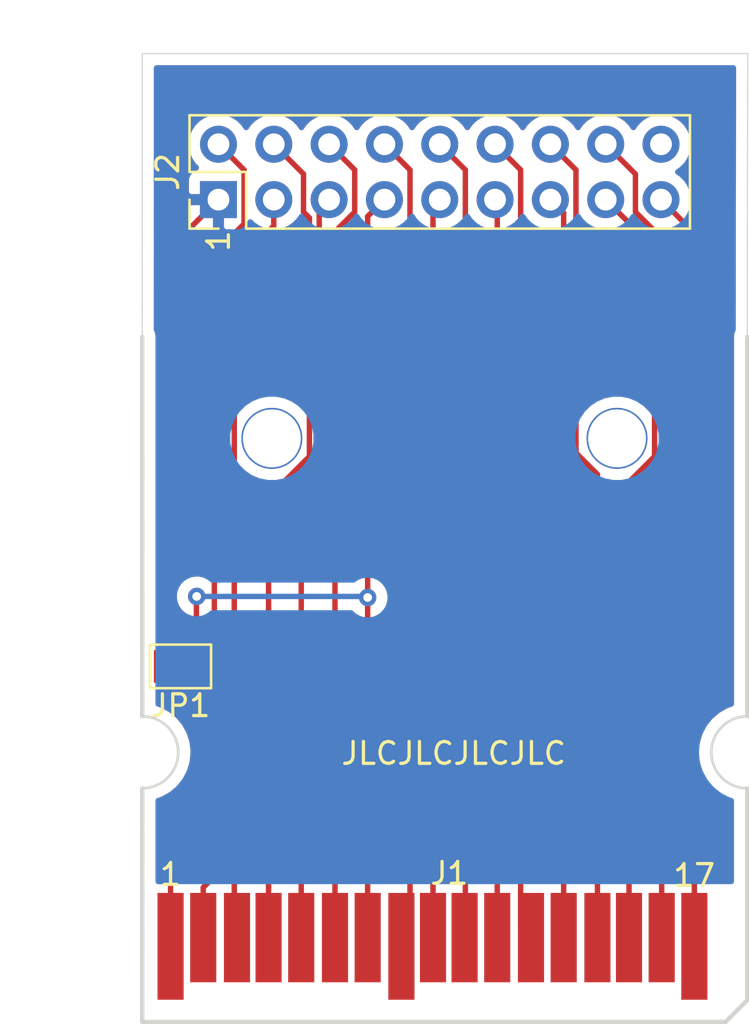
<source format=kicad_pcb>
(kicad_pcb (version 20171130) (host pcbnew 5.1.8+dfsg1-1+b1)

  (general
    (thickness 1.6)
    (drawings 5)
    (tracks 71)
    (zones 0)
    (modules 3)
    (nets 18)
  )

  (page A4)
  (layers
    (0 F.Cu signal)
    (31 B.Cu signal)
    (32 B.Adhes user)
    (33 F.Adhes user)
    (34 B.Paste user)
    (35 F.Paste user)
    (36 B.SilkS user)
    (37 F.SilkS user)
    (38 B.Mask user)
    (39 F.Mask user)
    (40 Dwgs.User user)
    (41 Cmts.User user)
    (42 Eco1.User user)
    (43 Eco2.User user)
    (44 Edge.Cuts user)
    (45 Margin user)
    (46 B.CrtYd user)
    (47 F.CrtYd user)
    (48 B.Fab user)
    (49 F.Fab user)
  )

  (setup
    (last_trace_width 0.25)
    (trace_clearance 0.2)
    (zone_clearance 0.508)
    (zone_45_only no)
    (trace_min 0.2)
    (via_size 0.8)
    (via_drill 0.4)
    (via_min_size 0.4)
    (via_min_drill 0.3)
    (uvia_size 0.3)
    (uvia_drill 0.1)
    (uvias_allowed no)
    (uvia_min_size 0.2)
    (uvia_min_drill 0.1)
    (edge_width 0.05)
    (segment_width 0.2)
    (pcb_text_width 0.3)
    (pcb_text_size 1.5 1.5)
    (mod_edge_width 0.12)
    (mod_text_size 1 1)
    (mod_text_width 0.15)
    (pad_size 1.524 1.524)
    (pad_drill 0.762)
    (pad_to_mask_clearance 0)
    (aux_axis_origin 0 0)
    (visible_elements FFFFFF7F)
    (pcbplotparams
      (layerselection 0x010fc_ffffffff)
      (usegerberextensions false)
      (usegerberattributes true)
      (usegerberadvancedattributes true)
      (creategerberjobfile true)
      (excludeedgelayer true)
      (linewidth 0.100000)
      (plotframeref false)
      (viasonmask false)
      (mode 1)
      (useauxorigin false)
      (hpglpennumber 1)
      (hpglpenspeed 20)
      (hpglpendiameter 15.000000)
      (psnegative false)
      (psa4output false)
      (plotreference true)
      (plotvalue true)
      (plotinvisibletext false)
      (padsonsilk false)
      (subtractmaskfromsilk false)
      (outputformat 1)
      (mirror false)
      (drillshape 0)
      (scaleselection 1)
      (outputdirectory ""))
  )

  (net 0 "")
  (net 1 "Net-(J1-Pad1)")
  (net 2 "Net-(J1-Pad2)")
  (net 3 "Net-(J1-Pad3)")
  (net 4 "Net-(J1-Pad4)")
  (net 5 "Net-(J1-Pad5)")
  (net 6 "Net-(J1-Pad6)")
  (net 7 "Net-(J1-Pad7)")
  (net 8 "Net-(J1-Pad8)")
  (net 9 "Net-(J1-Pad9)")
  (net 10 "Net-(J1-Pad10)")
  (net 11 "Net-(J1-Pad11)")
  (net 12 "Net-(J1-Pad12)")
  (net 13 "Net-(J1-Pad13)")
  (net 14 "Net-(J1-Pad14)")
  (net 15 "Net-(J1-Pad15)")
  (net 16 "Net-(J1-Pad16)")
  (net 17 "Net-(J1-Pad17)")

  (net_class Default "This is the default net class."
    (clearance 0.2)
    (trace_width 0.25)
    (via_dia 0.8)
    (via_drill 0.4)
    (uvia_dia 0.3)
    (uvia_drill 0.1)
    (add_net "Net-(J1-Pad1)")
    (add_net "Net-(J1-Pad10)")
    (add_net "Net-(J1-Pad11)")
    (add_net "Net-(J1-Pad12)")
    (add_net "Net-(J1-Pad13)")
    (add_net "Net-(J1-Pad14)")
    (add_net "Net-(J1-Pad15)")
    (add_net "Net-(J1-Pad16)")
    (add_net "Net-(J1-Pad17)")
    (add_net "Net-(J1-Pad2)")
    (add_net "Net-(J1-Pad3)")
    (add_net "Net-(J1-Pad4)")
    (add_net "Net-(J1-Pad5)")
    (add_net "Net-(J1-Pad6)")
    (add_net "Net-(J1-Pad7)")
    (add_net "Net-(J1-Pad8)")
    (add_net "Net-(J1-Pad9)")
  )

  (module ds_card_extender:ds_card (layer F.Cu) (tedit 5FC00FE2) (tstamp 5FC07A00)
    (at 110 103)
    (path /5FC02186)
    (fp_text reference J1 (at 14.1 24.6) (layer F.SilkS)
      (effects (font (size 1 1) (thickness 0.15)))
    )
    (fp_text value DS_Card (at 9.05 24.55) (layer F.Fab)
      (effects (font (size 1 1) (thickness 0.15)))
    )
    (fp_line (start -0.001041 -0.005209) (end 0 17.4) (layer Edge.Cuts) (width 0.2))
    (fp_line (start 27.780209 30.421826) (end 27.780209 20.7) (layer Edge.Cuts) (width 0.2))
    (fp_line (start 27.780209 17.4) (end 27.780209 -0.005209) (layer Edge.Cuts) (width 0.2))
    (fp_line (start 26.788021 31.414014) (end 27.780209 30.421826) (layer Edge.Cuts) (width 0.2))
    (fp_line (start 0 20.7) (end -0.001041 31.414061) (layer Edge.Cuts) (width 0.2))
    (fp_line (start -0.001041 31.414061) (end 26.788021 31.414014) (layer Edge.Cuts) (width 0.2))
    (fp_poly (pts (xy 27.8 30.4) (xy 26.8 31.4) (xy 0 31.4) (xy 0 25.5)
      (xy 27.8 25.5)) (layer F.Mask) (width 0.1))
    (fp_arc (start 0 19.05) (end 0 20.7) (angle -180) (layer Edge.Cuts) (width 0.12))
    (fp_arc (start 27.780209 19.05) (end 27.780209 20.7) (angle 180) (layer Edge.Cuts) (width 0.12))
    (fp_text user 1 (at 1.3 24.65) (layer F.SilkS)
      (effects (font (size 1 1) (thickness 0.15)))
    )
    (fp_text user 17 (at 25.35 24.7) (layer F.SilkS)
      (effects (font (size 1 1) (thickness 0.15)))
    )
    (pad "" np_thru_hole circle (at 5.95 4.65) (size 2.8 2.8) (drill 2.65) (layers *.Cu *.Mask))
    (pad "" np_thru_hole circle (at 21.8 4.65) (size 2.8 2.8) (drill 2.65) (layers *.Cu *.Mask))
    (pad 1 smd rect (at 1.3 27.95) (size 1.2 4.9) (layers F.Cu F.Paste F.Mask)
      (net 1 "Net-(J1-Pad1)"))
    (pad 2 smd rect (at 2.8 27.55) (size 1.2 4.1) (layers F.Cu F.Paste F.Mask)
      (net 2 "Net-(J1-Pad2)"))
    (pad 3 smd rect (at 4.35 27.55) (size 1.2 4.1) (layers F.Cu F.Paste F.Mask)
      (net 3 "Net-(J1-Pad3)"))
    (pad 4 smd rect (at 5.8 27.55) (size 1.2 4.1) (layers F.Cu F.Paste F.Mask)
      (net 4 "Net-(J1-Pad4)"))
    (pad 5 smd rect (at 7.3 27.55) (size 1.2 4.1) (layers F.Cu F.Paste F.Mask)
      (net 5 "Net-(J1-Pad5)"))
    (pad 6 smd rect (at 8.85 27.55) (size 1.2 4.1) (layers F.Cu F.Paste F.Mask)
      (net 6 "Net-(J1-Pad6)"))
    (pad 7 smd rect (at 10.35 27.55) (size 1.2 4.1) (layers F.Cu F.Paste F.Mask)
      (net 7 "Net-(J1-Pad7)"))
    (pad 8 smd rect (at 11.9 27.95) (size 1.2 4.9) (layers F.Cu F.Paste F.Mask)
      (net 8 "Net-(J1-Pad8)"))
    (pad 9 smd rect (at 13.35 27.55) (size 1.2 4.1) (layers F.Cu F.Paste F.Mask)
      (net 9 "Net-(J1-Pad9)"))
    (pad 10 smd rect (at 14.8 27.55) (size 1.2 4.1) (layers F.Cu F.Paste F.Mask)
      (net 10 "Net-(J1-Pad10)"))
    (pad 11 smd rect (at 16.3 27.55) (size 1.2 4.1) (layers F.Cu F.Paste F.Mask)
      (net 11 "Net-(J1-Pad11)"))
    (pad 12 smd rect (at 17.85 27.55) (size 1.2 4.1) (layers F.Cu F.Paste F.Mask)
      (net 12 "Net-(J1-Pad12)"))
    (pad 13 smd rect (at 19.35 27.55) (size 1.2 4.1) (layers F.Cu F.Paste F.Mask)
      (net 13 "Net-(J1-Pad13)"))
    (pad 14 smd rect (at 20.9 27.55) (size 1.2 4.1) (layers F.Cu F.Paste F.Mask)
      (net 14 "Net-(J1-Pad14)"))
    (pad 15 smd rect (at 22.35 27.55) (size 1.2 4.1) (layers F.Cu F.Paste F.Mask)
      (net 15 "Net-(J1-Pad15)"))
    (pad 16 smd rect (at 23.85 27.55) (size 1.2 4.1) (layers F.Cu F.Paste F.Mask)
      (net 16 "Net-(J1-Pad16)"))
    (pad 17 smd rect (at 25.35 27.95) (size 1.2 4.9) (layers F.Cu F.Paste F.Mask)
      (net 17 "Net-(J1-Pad17)"))
  )

  (module Connector_PinHeader_2.54mm:PinHeader_2x09_P2.54mm_Vertical (layer F.Cu) (tedit 59FED5CC) (tstamp 5FC07A28)
    (at 113.5 96.7 90)
    (descr "Through hole straight pin header, 2x09, 2.54mm pitch, double rows")
    (tags "Through hole pin header THT 2x09 2.54mm double row")
    (path /5FC02B0A)
    (fp_text reference J2 (at 1.27 -2.33 90) (layer F.SilkS)
      (effects (font (size 1 1) (thickness 0.15)))
    )
    (fp_text value Conn_2Rows-17Pins (at 1.27 22.65 90) (layer F.Fab)
      (effects (font (size 1 1) (thickness 0.15)))
    )
    (fp_line (start 0 -1.27) (end 3.81 -1.27) (layer F.Fab) (width 0.1))
    (fp_line (start 3.81 -1.27) (end 3.81 21.59) (layer F.Fab) (width 0.1))
    (fp_line (start 3.81 21.59) (end -1.27 21.59) (layer F.Fab) (width 0.1))
    (fp_line (start -1.27 21.59) (end -1.27 0) (layer F.Fab) (width 0.1))
    (fp_line (start -1.27 0) (end 0 -1.27) (layer F.Fab) (width 0.1))
    (fp_line (start -1.33 21.65) (end 3.87 21.65) (layer F.SilkS) (width 0.12))
    (fp_line (start -1.33 1.27) (end -1.33 21.65) (layer F.SilkS) (width 0.12))
    (fp_line (start 3.87 -1.33) (end 3.87 21.65) (layer F.SilkS) (width 0.12))
    (fp_line (start -1.33 1.27) (end 1.27 1.27) (layer F.SilkS) (width 0.12))
    (fp_line (start 1.27 1.27) (end 1.27 -1.33) (layer F.SilkS) (width 0.12))
    (fp_line (start 1.27 -1.33) (end 3.87 -1.33) (layer F.SilkS) (width 0.12))
    (fp_line (start -1.33 0) (end -1.33 -1.33) (layer F.SilkS) (width 0.12))
    (fp_line (start -1.33 -1.33) (end 0 -1.33) (layer F.SilkS) (width 0.12))
    (fp_line (start -1.8 -1.8) (end -1.8 22.1) (layer F.CrtYd) (width 0.05))
    (fp_line (start -1.8 22.1) (end 4.35 22.1) (layer F.CrtYd) (width 0.05))
    (fp_line (start 4.35 22.1) (end 4.35 -1.8) (layer F.CrtYd) (width 0.05))
    (fp_line (start 4.35 -1.8) (end -1.8 -1.8) (layer F.CrtYd) (width 0.05))
    (fp_text user %R (at 1.27 10.16) (layer F.Fab)
      (effects (font (size 1 1) (thickness 0.15)))
    )
    (pad 1 thru_hole rect (at 0 0 90) (size 1.7 1.7) (drill 1) (layers *.Cu *.Mask)
      (net 1 "Net-(J1-Pad1)"))
    (pad 2 thru_hole oval (at 2.54 0 90) (size 1.7 1.7) (drill 1) (layers *.Cu *.Mask)
      (net 2 "Net-(J1-Pad2)"))
    (pad 3 thru_hole oval (at 0 2.54 90) (size 1.7 1.7) (drill 1) (layers *.Cu *.Mask)
      (net 3 "Net-(J1-Pad3)"))
    (pad 4 thru_hole oval (at 2.54 2.54 90) (size 1.7 1.7) (drill 1) (layers *.Cu *.Mask)
      (net 4 "Net-(J1-Pad4)"))
    (pad 5 thru_hole oval (at 0 5.08 90) (size 1.7 1.7) (drill 1) (layers *.Cu *.Mask)
      (net 5 "Net-(J1-Pad5)"))
    (pad 6 thru_hole oval (at 2.54 5.08 90) (size 1.7 1.7) (drill 1) (layers *.Cu *.Mask)
      (net 6 "Net-(J1-Pad6)"))
    (pad 7 thru_hole oval (at 0 7.62 90) (size 1.7 1.7) (drill 1) (layers *.Cu *.Mask)
      (net 7 "Net-(J1-Pad7)"))
    (pad 8 thru_hole oval (at 2.54 7.62 90) (size 1.7 1.7) (drill 1) (layers *.Cu *.Mask)
      (net 8 "Net-(J1-Pad8)"))
    (pad 9 thru_hole oval (at 0 10.16 90) (size 1.7 1.7) (drill 1) (layers *.Cu *.Mask)
      (net 9 "Net-(J1-Pad9)"))
    (pad 10 thru_hole oval (at 2.54 10.16 90) (size 1.7 1.7) (drill 1) (layers *.Cu *.Mask)
      (net 10 "Net-(J1-Pad10)"))
    (pad 11 thru_hole oval (at 0 12.7 90) (size 1.7 1.7) (drill 1) (layers *.Cu *.Mask)
      (net 11 "Net-(J1-Pad11)"))
    (pad 12 thru_hole oval (at 2.54 12.7 90) (size 1.7 1.7) (drill 1) (layers *.Cu *.Mask)
      (net 12 "Net-(J1-Pad12)"))
    (pad 13 thru_hole oval (at 0 15.24 90) (size 1.7 1.7) (drill 1) (layers *.Cu *.Mask)
      (net 13 "Net-(J1-Pad13)"))
    (pad 14 thru_hole oval (at 2.54 15.24 90) (size 1.7 1.7) (drill 1) (layers *.Cu *.Mask)
      (net 14 "Net-(J1-Pad14)"))
    (pad 15 thru_hole oval (at 0 17.78 90) (size 1.7 1.7) (drill 1) (layers *.Cu *.Mask)
      (net 15 "Net-(J1-Pad15)"))
    (pad 16 thru_hole oval (at 2.54 17.78 90) (size 1.7 1.7) (drill 1) (layers *.Cu *.Mask)
      (net 16 "Net-(J1-Pad16)"))
    (pad 17 thru_hole oval (at 0 20.32 90) (size 1.7 1.7) (drill 1) (layers *.Cu *.Mask)
      (net 17 "Net-(J1-Pad17)"))
    (pad 18 thru_hole oval (at 2.54 20.32 90) (size 1.7 1.7) (drill 1) (layers *.Cu *.Mask))
    (model ${KISYS3DMOD}/Connector_PinHeader_2.54mm.3dshapes/PinHeader_2x09_P2.54mm_Vertical.wrl
      (at (xyz 0 0 0))
      (scale (xyz 1 1 1))
      (rotate (xyz 0 0 0))
    )
  )

  (module Jumper:SolderJumper-2_P1.3mm_Open_TrianglePad1.0x1.5mm (layer F.Cu) (tedit 5A64794F) (tstamp 5FC07A36)
    (at 111.76 118.11 180)
    (descr "SMD Solder Jumper, 1x1.5mm Triangular Pads, 0.3mm gap, open")
    (tags "solder jumper open")
    (path /5FC0FB11)
    (attr virtual)
    (fp_text reference JP1 (at 0 -1.8) (layer F.SilkS)
      (effects (font (size 1 1) (thickness 0.15)))
    )
    (fp_text value SolderJumper_2_Open (at 0 1.9) (layer F.Fab)
      (effects (font (size 1 1) (thickness 0.15)))
    )
    (fp_line (start -1.4 1) (end -1.4 -1) (layer F.SilkS) (width 0.12))
    (fp_line (start 1.4 1) (end -1.4 1) (layer F.SilkS) (width 0.12))
    (fp_line (start 1.4 -1) (end 1.4 1) (layer F.SilkS) (width 0.12))
    (fp_line (start -1.4 -1) (end 1.4 -1) (layer F.SilkS) (width 0.12))
    (fp_line (start -1.65 -1.25) (end 1.65 -1.25) (layer F.CrtYd) (width 0.05))
    (fp_line (start -1.65 -1.25) (end -1.65 1.25) (layer F.CrtYd) (width 0.05))
    (fp_line (start 1.65 1.25) (end 1.65 -1.25) (layer F.CrtYd) (width 0.05))
    (fp_line (start 1.65 1.25) (end -1.65 1.25) (layer F.CrtYd) (width 0.05))
    (pad 2 smd custom (at 0.725 0 180) (size 0.3 0.3) (layers F.Cu F.Mask)
      (net 1 "Net-(J1-Pad1)") (zone_connect 2)
      (options (clearance outline) (anchor rect))
      (primitives
        (gr_poly (pts
           (xy -0.65 -0.75) (xy 0.5 -0.75) (xy 0.5 0.75) (xy -0.65 0.75) (xy -0.15 0)
) (width 0))
      ))
    (pad 1 smd custom (at -0.725 0 180) (size 0.3 0.3) (layers F.Cu F.Mask)
      (net 7 "Net-(J1-Pad7)") (zone_connect 2)
      (options (clearance outline) (anchor rect))
      (primitives
        (gr_poly (pts
           (xy -0.5 -0.75) (xy 0.5 -0.75) (xy 1 0) (xy 0.5 0.75) (xy -0.5 0.75)
) (width 0))
      ))
  )

  (gr_text JLCJLCJLCJLC (at 124.3 122.1) (layer F.SilkS)
    (effects (font (size 1 1) (thickness 0.15)))
  )
  (gr_text 1 (at 113.5 98.6 90) (layer F.SilkS)
    (effects (font (size 1 1) (thickness 0.15)))
  )
  (gr_line (start 137.8 90) (end 137.780209 102.994791) (layer Edge.Cuts) (width 0.05))
  (gr_line (start 110 90) (end 137.8 90) (layer Edge.Cuts) (width 0.05))
  (gr_line (start 109.998959 102.994791) (end 110 90) (layer Edge.Cuts) (width 0.05))

  (segment (start 111.3 130.95) (end 111.3 124.6) (width 0.25) (layer F.Cu) (net 1))
  (segment (start 112.487917 123.412082) (end 112.487917 120.812083) (width 0.25) (layer F.Cu) (net 1))
  (segment (start 111.3 124.6) (end 112.487917 123.412082) (width 0.25) (layer F.Cu) (net 1))
  (segment (start 111.035 119.359166) (end 111.035 118.11) (width 0.25) (layer F.Cu) (net 1))
  (segment (start 112.487917 120.812083) (end 111.035 119.359166) (width 0.25) (layer F.Cu) (net 1))
  (segment (start 111.035 99.165) (end 113.5 96.7) (width 0.25) (layer F.Cu) (net 1))
  (segment (start 111.035 118.11) (end 111.035 99.165) (width 0.25) (layer F.Cu) (net 1))
  (segment (start 114.675001 95.335001) (end 113.5 94.16) (width 0.25) (layer F.Cu) (net 2))
  (segment (start 114.675001 97.810001) (end 114.675001 95.335001) (width 0.25) (layer F.Cu) (net 2))
  (segment (start 113.31001 99.174992) (end 114.675001 97.810001) (width 0.25) (layer F.Cu) (net 2))
  (segment (start 112.8 130.55) (end 112.8 128.25) (width 0.25) (layer F.Cu) (net 2))
  (segment (start 113.31001 127.73999) (end 113.31001 99.174992) (width 0.25) (layer F.Cu) (net 2))
  (segment (start 112.8 128.25) (end 113.31001 127.73999) (width 0.25) (layer F.Cu) (net 2))
  (segment (start 114.224999 130.424999) (end 114.224999 99.717082) (width 0.25) (layer F.Cu) (net 3))
  (segment (start 114.35 130.55) (end 114.224999 130.424999) (width 0.25) (layer F.Cu) (net 3))
  (segment (start 114.224999 99.717082) (end 116.04 97.902081) (width 0.25) (layer F.Cu) (net 3))
  (segment (start 116.04 97.902081) (end 116.04 96.7) (width 0.25) (layer F.Cu) (net 3))
  (segment (start 117.404999 95.524999) (end 116.04 94.16) (width 0.25) (layer F.Cu) (net 4))
  (segment (start 117.404999 97.264001) (end 117.404999 95.524999) (width 0.25) (layer F.Cu) (net 4))
  (segment (start 117.675001 97.534003) (end 117.404999 97.264001) (width 0.25) (layer F.Cu) (net 4))
  (segment (start 115.8 130.55) (end 115.8 110.353002) (width 0.25) (layer F.Cu) (net 4))
  (segment (start 115.8 110.353002) (end 117.675001 108.478001) (width 0.25) (layer F.Cu) (net 4))
  (segment (start 117.675001 108.478001) (end 117.675001 97.534003) (width 0.25) (layer F.Cu) (net 4))
  (segment (start 117.3 109.489412) (end 118.125012 108.664401) (width 0.25) (layer F.Cu) (net 5))
  (segment (start 117.3 130.55) (end 117.3 109.489412) (width 0.25) (layer F.Cu) (net 5))
  (segment (start 118.125012 97.154988) (end 118.58 96.7) (width 0.25) (layer F.Cu) (net 5))
  (segment (start 118.125012 108.664401) (end 118.125012 97.154988) (width 0.25) (layer F.Cu) (net 5))
  (segment (start 119.755001 95.335001) (end 118.58 94.16) (width 0.25) (layer F.Cu) (net 6))
  (segment (start 119.755001 97.264001) (end 119.755001 95.335001) (width 0.25) (layer F.Cu) (net 6))
  (segment (start 118.85 98.169002) (end 119.755001 97.264001) (width 0.25) (layer F.Cu) (net 6))
  (segment (start 118.85 130.55) (end 118.85 98.169002) (width 0.25) (layer F.Cu) (net 6))
  (segment (start 120.35 97.47) (end 121.12 96.7) (width 0.25) (layer F.Cu) (net 7))
  (via (at 112.5 114.9) (size 0.8) (drill 0.4) (layers F.Cu B.Cu) (net 7))
  (segment (start 112.485 114.915) (end 112.5 114.9) (width 0.25) (layer F.Cu) (net 7))
  (segment (start 112.485 118.11) (end 112.485 114.915) (width 0.25) (layer F.Cu) (net 7))
  (via (at 120.35 114.95) (size 0.8) (drill 0.4) (layers F.Cu B.Cu) (net 7))
  (segment (start 120.3 114.9) (end 120.35 114.95) (width 0.25) (layer B.Cu) (net 7))
  (segment (start 112.5 114.9) (end 120.3 114.9) (width 0.25) (layer B.Cu) (net 7))
  (segment (start 120.35 114.95) (end 120.35 97.47) (width 0.25) (layer F.Cu) (net 7))
  (segment (start 120.35 130.55) (end 120.35 114.95) (width 0.25) (layer F.Cu) (net 7))
  (segment (start 122.295001 130.554999) (end 122.295001 95.335001) (width 0.25) (layer F.Cu) (net 8))
  (segment (start 122.295001 95.335001) (end 121.12 94.16) (width 0.25) (layer F.Cu) (net 8))
  (segment (start 121.9 130.95) (end 122.295001 130.554999) (width 0.25) (layer F.Cu) (net 8))
  (segment (start 123.35 97.01) (end 123.66 96.7) (width 0.25) (layer F.Cu) (net 9))
  (segment (start 123.35 130.55) (end 123.35 97.01) (width 0.25) (layer F.Cu) (net 9))
  (segment (start 124.835001 95.335001) (end 123.66 94.16) (width 0.25) (layer F.Cu) (net 10))
  (segment (start 124.835001 130.514999) (end 124.835001 95.335001) (width 0.25) (layer F.Cu) (net 10))
  (segment (start 124.8 130.55) (end 124.835001 130.514999) (width 0.25) (layer F.Cu) (net 10))
  (segment (start 126.3 96.8) (end 126.2 96.7) (width 0.25) (layer F.Cu) (net 11))
  (segment (start 126.3 130.55) (end 126.3 96.8) (width 0.25) (layer F.Cu) (net 11))
  (segment (start 127.375001 95.335001) (end 126.2 94.16) (width 0.25) (layer F.Cu) (net 12))
  (segment (start 127.375001 130.075001) (end 127.375001 95.335001) (width 0.25) (layer F.Cu) (net 12))
  (segment (start 127.85 130.55) (end 127.375001 130.075001) (width 0.25) (layer F.Cu) (net 12))
  (segment (start 129.35 97.31) (end 128.74 96.7) (width 0.25) (layer F.Cu) (net 13))
  (segment (start 129.35 130.55) (end 129.35 97.31) (width 0.25) (layer F.Cu) (net 13))
  (segment (start 129.915001 95.335001) (end 128.74 94.16) (width 0.25) (layer F.Cu) (net 14))
  (segment (start 129.915001 108.318003) (end 129.915001 95.335001) (width 0.25) (layer F.Cu) (net 14))
  (segment (start 130.9 109.303002) (end 129.915001 108.318003) (width 0.25) (layer F.Cu) (net 14))
  (segment (start 130.9 130.55) (end 130.9 109.303002) (width 0.25) (layer F.Cu) (net 14))
  (segment (start 133.525001 98.945001) (end 131.28 96.7) (width 0.25) (layer F.Cu) (net 15))
  (segment (start 132.35 109.653002) (end 133.525001 108.478001) (width 0.25) (layer F.Cu) (net 15))
  (segment (start 132.35 130.55) (end 132.35 109.653002) (width 0.25) (layer F.Cu) (net 15))
  (segment (start 133.525001 108.478001) (end 133.525001 98.945001) (width 0.25) (layer F.Cu) (net 15))
  (segment (start 132.644999 97.264001) (end 132.644999 95.524999) (width 0.25) (layer F.Cu) (net 16))
  (segment (start 133.85 130.55) (end 133.85 108.789413) (width 0.25) (layer F.Cu) (net 16))
  (segment (start 133.975012 98.594014) (end 132.644999 97.264001) (width 0.25) (layer F.Cu) (net 16))
  (segment (start 133.975012 108.664401) (end 133.975012 98.594014) (width 0.25) (layer F.Cu) (net 16))
  (segment (start 133.85 108.789413) (end 133.975012 108.664401) (width 0.25) (layer F.Cu) (net 16))
  (segment (start 132.644999 95.524999) (end 131.28 94.16) (width 0.25) (layer F.Cu) (net 16))
  (segment (start 135.35 98.23) (end 133.82 96.7) (width 0.25) (layer F.Cu) (net 17))
  (segment (start 135.35 130.95) (end 135.35 98.23) (width 0.25) (layer F.Cu) (net 17))

  (zone (net 1) (net_name "Net-(J1-Pad1)") (layer B.Cu) (tstamp 5FC07DC1) (hatch edge 0.508)
    (connect_pads (clearance 0.508))
    (min_thickness 0.254)
    (fill yes (arc_segments 32) (thermal_gap 0.508) (thermal_bridge_width 0.508))
    (polygon
      (pts
        (xy 137.8 128.1) (xy 110 128.1) (xy 110 90) (xy 137.8 90)
      )
    )
    (filled_polygon
      (pts
        (xy 137.120704 102.669443) (xy 137.097873 102.712158) (xy 137.055845 102.850706) (xy 137.04521 102.958686) (xy 137.045209 119.831259)
        (xy 136.920057 119.87096) (xy 136.862172 119.895769) (xy 136.803923 119.919778) (xy 136.795395 119.92439) (xy 136.795385 119.924394)
        (xy 136.795377 119.9244) (xy 136.513195 120.07953) (xy 136.461254 120.115095) (xy 136.408754 120.149976) (xy 136.401276 120.156162)
        (xy 136.154592 120.363154) (xy 136.110529 120.408149) (xy 136.065822 120.452546) (xy 136.059693 120.460061) (xy 136.059689 120.460065)
        (xy 136.059688 120.460067) (xy 135.857907 120.711032) (xy 135.823411 120.763749) (xy 135.788193 120.815962) (xy 135.783636 120.82453)
        (xy 135.634445 121.109908) (xy 135.610864 121.168272) (xy 135.586438 121.226381) (xy 135.583633 121.235671) (xy 135.492712 121.544593)
        (xy 135.480907 121.606477) (xy 135.468243 121.668173) (xy 135.467295 121.677831) (xy 135.438109 121.998529) (xy 135.438549 122.061557)
        (xy 135.43811 122.124509) (xy 135.439056 122.134167) (xy 135.472717 122.454427) (xy 135.485384 122.516135) (xy 135.497187 122.578006)
        (xy 135.499992 122.587296) (xy 135.595216 122.894918) (xy 135.619634 122.953006) (xy 135.643224 123.011392) (xy 135.647779 123.01996)
        (xy 135.800941 123.303227) (xy 135.836175 123.355463) (xy 135.870657 123.408157) (xy 135.87679 123.415678) (xy 136.082056 123.663801)
        (xy 136.126747 123.708181) (xy 136.170826 123.753193) (xy 136.178297 123.759373) (xy 136.178302 123.759378) (xy 136.178307 123.759382)
        (xy 136.427853 123.962906) (xy 136.480304 123.997755) (xy 136.532294 124.033353) (xy 136.54083 124.037969) (xy 136.82516 124.18915)
        (xy 136.883433 124.213168) (xy 136.941296 124.237968) (xy 136.950566 124.240838) (xy 137.04521 124.269413) (xy 137.04521 127.973)
        (xy 110.734584 127.973) (xy 110.734944 124.268759) (xy 110.860153 124.22904) (xy 110.918051 124.204225) (xy 110.976286 124.180222)
        (xy 110.984814 124.17561) (xy 110.984824 124.175606) (xy 110.984832 124.1756) (xy 111.267014 124.020471) (xy 111.319004 123.984872)
        (xy 111.371455 123.950024) (xy 111.378933 123.943838) (xy 111.625617 123.736846) (xy 111.66968 123.691851) (xy 111.714387 123.647454)
        (xy 111.720521 123.639934) (xy 111.922302 123.388968) (xy 111.956809 123.336236) (xy 111.992016 123.284038) (xy 111.996572 123.27547)
        (xy 112.145764 122.990092) (xy 112.169345 122.931728) (xy 112.193771 122.873619) (xy 112.196576 122.864329) (xy 112.287497 122.555407)
        (xy 112.299302 122.493523) (xy 112.311966 122.431827) (xy 112.312914 122.422169) (xy 112.3421 122.101471) (xy 112.34166 122.038443)
        (xy 112.342099 121.975491) (xy 112.341153 121.965833) (xy 112.307492 121.645573) (xy 112.294826 121.583872) (xy 112.283022 121.521993)
        (xy 112.280217 121.512703) (xy 112.184992 121.205082) (xy 112.160588 121.147026) (xy 112.136985 121.088608) (xy 112.13243 121.08004)
        (xy 111.979268 120.796773) (xy 111.944034 120.744537) (xy 111.909552 120.691843) (xy 111.903419 120.684322) (xy 111.698153 120.436198)
        (xy 111.653443 120.391799) (xy 111.609383 120.346807) (xy 111.601912 120.340627) (xy 111.601906 120.340621) (xy 111.601899 120.340617)
        (xy 111.352356 120.137094) (xy 111.299905 120.102245) (xy 111.247915 120.066647) (xy 111.239387 120.062036) (xy 111.239379 120.062031)
        (xy 111.239371 120.062028) (xy 110.955049 119.91085) (xy 110.896776 119.886832) (xy 110.838913 119.862032) (xy 110.829643 119.859162)
        (xy 110.734966 119.830577) (xy 110.734665 114.798061) (xy 111.465 114.798061) (xy 111.465 115.001939) (xy 111.504774 115.201898)
        (xy 111.582795 115.390256) (xy 111.696063 115.559774) (xy 111.840226 115.703937) (xy 112.009744 115.817205) (xy 112.198102 115.895226)
        (xy 112.398061 115.935) (xy 112.601939 115.935) (xy 112.801898 115.895226) (xy 112.990256 115.817205) (xy 113.159774 115.703937)
        (xy 113.203711 115.66) (xy 119.596289 115.66) (xy 119.690226 115.753937) (xy 119.859744 115.867205) (xy 120.048102 115.945226)
        (xy 120.248061 115.985) (xy 120.451939 115.985) (xy 120.651898 115.945226) (xy 120.840256 115.867205) (xy 121.009774 115.753937)
        (xy 121.153937 115.609774) (xy 121.267205 115.440256) (xy 121.345226 115.251898) (xy 121.385 115.051939) (xy 121.385 114.848061)
        (xy 121.345226 114.648102) (xy 121.267205 114.459744) (xy 121.153937 114.290226) (xy 121.009774 114.146063) (xy 120.840256 114.032795)
        (xy 120.651898 113.954774) (xy 120.451939 113.915) (xy 120.248061 113.915) (xy 120.048102 113.954774) (xy 119.859744 114.032795)
        (xy 119.6993 114.14) (xy 113.203711 114.14) (xy 113.159774 114.096063) (xy 112.990256 113.982795) (xy 112.801898 113.904774)
        (xy 112.601939 113.865) (xy 112.398061 113.865) (xy 112.198102 113.904774) (xy 112.009744 113.982795) (xy 111.840226 114.096063)
        (xy 111.696063 114.240226) (xy 111.582795 114.409744) (xy 111.504774 114.598102) (xy 111.465 114.798061) (xy 110.734665 114.798061)
        (xy 110.734225 107.44957) (xy 113.915 107.44957) (xy 113.915 107.85043) (xy 113.993204 108.243587) (xy 114.146607 108.613934)
        (xy 114.369313 108.947237) (xy 114.652763 109.230687) (xy 114.986066 109.453393) (xy 115.356413 109.606796) (xy 115.74957 109.685)
        (xy 116.15043 109.685) (xy 116.543587 109.606796) (xy 116.913934 109.453393) (xy 117.247237 109.230687) (xy 117.530687 108.947237)
        (xy 117.753393 108.613934) (xy 117.906796 108.243587) (xy 117.985 107.85043) (xy 117.985 107.44957) (xy 129.765 107.44957)
        (xy 129.765 107.85043) (xy 129.843204 108.243587) (xy 129.996607 108.613934) (xy 130.219313 108.947237) (xy 130.502763 109.230687)
        (xy 130.836066 109.453393) (xy 131.206413 109.606796) (xy 131.59957 109.685) (xy 132.00043 109.685) (xy 132.393587 109.606796)
        (xy 132.763934 109.453393) (xy 133.097237 109.230687) (xy 133.380687 108.947237) (xy 133.603393 108.613934) (xy 133.756796 108.243587)
        (xy 133.835 107.85043) (xy 133.835 107.44957) (xy 133.756796 107.056413) (xy 133.603393 106.686066) (xy 133.380687 106.352763)
        (xy 133.097237 106.069313) (xy 132.763934 105.846607) (xy 132.393587 105.693204) (xy 132.00043 105.615) (xy 131.59957 105.615)
        (xy 131.206413 105.693204) (xy 130.836066 105.846607) (xy 130.502763 106.069313) (xy 130.219313 106.352763) (xy 129.996607 106.686066)
        (xy 129.843204 107.056413) (xy 129.765 107.44957) (xy 117.985 107.44957) (xy 117.906796 107.056413) (xy 117.753393 106.686066)
        (xy 117.530687 106.352763) (xy 117.247237 106.069313) (xy 116.913934 105.846607) (xy 116.543587 105.693204) (xy 116.15043 105.615)
        (xy 115.74957 105.615) (xy 115.356413 105.693204) (xy 114.986066 105.846607) (xy 114.652763 106.069313) (xy 114.369313 106.352763)
        (xy 114.146607 106.686066) (xy 113.993204 107.056413) (xy 113.915 107.44957) (xy 110.734225 107.44957) (xy 110.733956 102.958643)
        (xy 110.723315 102.850663) (xy 110.681279 102.712118) (xy 110.658985 102.670414) (xy 110.659395 97.55) (xy 112.011928 97.55)
        (xy 112.024188 97.674482) (xy 112.060498 97.79418) (xy 112.119463 97.904494) (xy 112.198815 98.001185) (xy 112.295506 98.080537)
        (xy 112.40582 98.139502) (xy 112.525518 98.175812) (xy 112.65 98.188072) (xy 113.21425 98.185) (xy 113.373 98.02625)
        (xy 113.373 96.827) (xy 112.17375 96.827) (xy 112.015 96.98575) (xy 112.011928 97.55) (xy 110.659395 97.55)
        (xy 110.659531 95.85) (xy 112.011928 95.85) (xy 112.015 96.41425) (xy 112.17375 96.573) (xy 113.373 96.573)
        (xy 113.373 96.553) (xy 113.627 96.553) (xy 113.627 96.573) (xy 113.647 96.573) (xy 113.647 96.827)
        (xy 113.627 96.827) (xy 113.627 98.02625) (xy 113.78575 98.185) (xy 114.35 98.188072) (xy 114.474482 98.175812)
        (xy 114.59418 98.139502) (xy 114.704494 98.080537) (xy 114.801185 98.001185) (xy 114.880537 97.904494) (xy 114.939502 97.79418)
        (xy 114.961513 97.72162) (xy 115.093368 97.853475) (xy 115.336589 98.01599) (xy 115.606842 98.127932) (xy 115.89374 98.185)
        (xy 116.18626 98.185) (xy 116.473158 98.127932) (xy 116.743411 98.01599) (xy 116.986632 97.853475) (xy 117.193475 97.646632)
        (xy 117.31 97.47224) (xy 117.426525 97.646632) (xy 117.633368 97.853475) (xy 117.876589 98.01599) (xy 118.146842 98.127932)
        (xy 118.43374 98.185) (xy 118.72626 98.185) (xy 119.013158 98.127932) (xy 119.283411 98.01599) (xy 119.526632 97.853475)
        (xy 119.733475 97.646632) (xy 119.85 97.47224) (xy 119.966525 97.646632) (xy 120.173368 97.853475) (xy 120.416589 98.01599)
        (xy 120.686842 98.127932) (xy 120.97374 98.185) (xy 121.26626 98.185) (xy 121.553158 98.127932) (xy 121.823411 98.01599)
        (xy 122.066632 97.853475) (xy 122.273475 97.646632) (xy 122.39 97.47224) (xy 122.506525 97.646632) (xy 122.713368 97.853475)
        (xy 122.956589 98.01599) (xy 123.226842 98.127932) (xy 123.51374 98.185) (xy 123.80626 98.185) (xy 124.093158 98.127932)
        (xy 124.363411 98.01599) (xy 124.606632 97.853475) (xy 124.813475 97.646632) (xy 124.93 97.47224) (xy 125.046525 97.646632)
        (xy 125.253368 97.853475) (xy 125.496589 98.01599) (xy 125.766842 98.127932) (xy 126.05374 98.185) (xy 126.34626 98.185)
        (xy 126.633158 98.127932) (xy 126.903411 98.01599) (xy 127.146632 97.853475) (xy 127.353475 97.646632) (xy 127.47 97.47224)
        (xy 127.586525 97.646632) (xy 127.793368 97.853475) (xy 128.036589 98.01599) (xy 128.306842 98.127932) (xy 128.59374 98.185)
        (xy 128.88626 98.185) (xy 129.173158 98.127932) (xy 129.443411 98.01599) (xy 129.686632 97.853475) (xy 129.893475 97.646632)
        (xy 130.01 97.47224) (xy 130.126525 97.646632) (xy 130.333368 97.853475) (xy 130.576589 98.01599) (xy 130.846842 98.127932)
        (xy 131.13374 98.185) (xy 131.42626 98.185) (xy 131.713158 98.127932) (xy 131.983411 98.01599) (xy 132.226632 97.853475)
        (xy 132.433475 97.646632) (xy 132.55 97.47224) (xy 132.666525 97.646632) (xy 132.873368 97.853475) (xy 133.116589 98.01599)
        (xy 133.386842 98.127932) (xy 133.67374 98.185) (xy 133.96626 98.185) (xy 134.253158 98.127932) (xy 134.523411 98.01599)
        (xy 134.766632 97.853475) (xy 134.973475 97.646632) (xy 135.13599 97.403411) (xy 135.247932 97.133158) (xy 135.305 96.84626)
        (xy 135.305 96.55374) (xy 135.247932 96.266842) (xy 135.13599 95.996589) (xy 134.973475 95.753368) (xy 134.766632 95.546525)
        (xy 134.59224 95.43) (xy 134.766632 95.313475) (xy 134.973475 95.106632) (xy 135.13599 94.863411) (xy 135.247932 94.593158)
        (xy 135.305 94.30626) (xy 135.305 94.01374) (xy 135.247932 93.726842) (xy 135.13599 93.456589) (xy 134.973475 93.213368)
        (xy 134.766632 93.006525) (xy 134.523411 92.84401) (xy 134.253158 92.732068) (xy 133.96626 92.675) (xy 133.67374 92.675)
        (xy 133.386842 92.732068) (xy 133.116589 92.84401) (xy 132.873368 93.006525) (xy 132.666525 93.213368) (xy 132.55 93.38776)
        (xy 132.433475 93.213368) (xy 132.226632 93.006525) (xy 131.983411 92.84401) (xy 131.713158 92.732068) (xy 131.42626 92.675)
        (xy 131.13374 92.675) (xy 130.846842 92.732068) (xy 130.576589 92.84401) (xy 130.333368 93.006525) (xy 130.126525 93.213368)
        (xy 130.01 93.38776) (xy 129.893475 93.213368) (xy 129.686632 93.006525) (xy 129.443411 92.84401) (xy 129.173158 92.732068)
        (xy 128.88626 92.675) (xy 128.59374 92.675) (xy 128.306842 92.732068) (xy 128.036589 92.84401) (xy 127.793368 93.006525)
        (xy 127.586525 93.213368) (xy 127.47 93.38776) (xy 127.353475 93.213368) (xy 127.146632 93.006525) (xy 126.903411 92.84401)
        (xy 126.633158 92.732068) (xy 126.34626 92.675) (xy 126.05374 92.675) (xy 125.766842 92.732068) (xy 125.496589 92.84401)
        (xy 125.253368 93.006525) (xy 125.046525 93.213368) (xy 124.93 93.38776) (xy 124.813475 93.213368) (xy 124.606632 93.006525)
        (xy 124.363411 92.84401) (xy 124.093158 92.732068) (xy 123.80626 92.675) (xy 123.51374 92.675) (xy 123.226842 92.732068)
        (xy 122.956589 92.84401) (xy 122.713368 93.006525) (xy 122.506525 93.213368) (xy 122.39 93.38776) (xy 122.273475 93.213368)
        (xy 122.066632 93.006525) (xy 121.823411 92.84401) (xy 121.553158 92.732068) (xy 121.26626 92.675) (xy 120.97374 92.675)
        (xy 120.686842 92.732068) (xy 120.416589 92.84401) (xy 120.173368 93.006525) (xy 119.966525 93.213368) (xy 119.85 93.38776)
        (xy 119.733475 93.213368) (xy 119.526632 93.006525) (xy 119.283411 92.84401) (xy 119.013158 92.732068) (xy 118.72626 92.675)
        (xy 118.43374 92.675) (xy 118.146842 92.732068) (xy 117.876589 92.84401) (xy 117.633368 93.006525) (xy 117.426525 93.213368)
        (xy 117.31 93.38776) (xy 117.193475 93.213368) (xy 116.986632 93.006525) (xy 116.743411 92.84401) (xy 116.473158 92.732068)
        (xy 116.18626 92.675) (xy 115.89374 92.675) (xy 115.606842 92.732068) (xy 115.336589 92.84401) (xy 115.093368 93.006525)
        (xy 114.886525 93.213368) (xy 114.77 93.38776) (xy 114.653475 93.213368) (xy 114.446632 93.006525) (xy 114.203411 92.84401)
        (xy 113.933158 92.732068) (xy 113.64626 92.675) (xy 113.35374 92.675) (xy 113.066842 92.732068) (xy 112.796589 92.84401)
        (xy 112.553368 93.006525) (xy 112.346525 93.213368) (xy 112.18401 93.456589) (xy 112.072068 93.726842) (xy 112.015 94.01374)
        (xy 112.015 94.30626) (xy 112.072068 94.593158) (xy 112.18401 94.863411) (xy 112.346525 95.106632) (xy 112.47838 95.238487)
        (xy 112.40582 95.260498) (xy 112.295506 95.319463) (xy 112.198815 95.398815) (xy 112.119463 95.495506) (xy 112.060498 95.60582)
        (xy 112.024188 95.725518) (xy 112.011928 95.85) (xy 110.659531 95.85) (xy 110.659947 90.66) (xy 137.138995 90.66)
      )
    )
  )
  (zone (net 1) (net_name "Net-(J1-Pad1)") (layer F.Cu) (tstamp 5FC07DBE) (hatch edge 0.508)
    (connect_pads (clearance 0.508))
    (min_thickness 0.254)
    (fill yes (arc_segments 32) (thermal_gap 0.508) (thermal_bridge_width 0.508))
    (polygon
      (pts
        (xy 137.8 128.1) (xy 110 128.1) (xy 110 90) (xy 137.8 90)
      )
    )
    (filled_polygon
      (pts
        (xy 137.120704 102.669443) (xy 137.097873 102.712158) (xy 137.055845 102.850706) (xy 137.04521 102.958686) (xy 137.045209 119.831259)
        (xy 136.920057 119.87096) (xy 136.862172 119.895769) (xy 136.803923 119.919778) (xy 136.795395 119.92439) (xy 136.795385 119.924394)
        (xy 136.795377 119.9244) (xy 136.513195 120.07953) (xy 136.461254 120.115095) (xy 136.408754 120.149976) (xy 136.401276 120.156162)
        (xy 136.154592 120.363154) (xy 136.110529 120.408149) (xy 136.11 120.408675) (xy 136.11 98.267325) (xy 136.113676 98.23)
        (xy 136.11 98.192675) (xy 136.11 98.192667) (xy 136.099003 98.081014) (xy 136.055546 97.937753) (xy 135.984974 97.805724)
        (xy 135.890001 97.689999) (xy 135.861003 97.666201) (xy 135.26121 97.066408) (xy 135.305 96.84626) (xy 135.305 96.55374)
        (xy 135.247932 96.266842) (xy 135.13599 95.996589) (xy 134.973475 95.753368) (xy 134.766632 95.546525) (xy 134.59224 95.43)
        (xy 134.766632 95.313475) (xy 134.973475 95.106632) (xy 135.13599 94.863411) (xy 135.247932 94.593158) (xy 135.305 94.30626)
        (xy 135.305 94.01374) (xy 135.247932 93.726842) (xy 135.13599 93.456589) (xy 134.973475 93.213368) (xy 134.766632 93.006525)
        (xy 134.523411 92.84401) (xy 134.253158 92.732068) (xy 133.96626 92.675) (xy 133.67374 92.675) (xy 133.386842 92.732068)
        (xy 133.116589 92.84401) (xy 132.873368 93.006525) (xy 132.666525 93.213368) (xy 132.55 93.38776) (xy 132.433475 93.213368)
        (xy 132.226632 93.006525) (xy 131.983411 92.84401) (xy 131.713158 92.732068) (xy 131.42626 92.675) (xy 131.13374 92.675)
        (xy 130.846842 92.732068) (xy 130.576589 92.84401) (xy 130.333368 93.006525) (xy 130.126525 93.213368) (xy 130.01 93.38776)
        (xy 129.893475 93.213368) (xy 129.686632 93.006525) (xy 129.443411 92.84401) (xy 129.173158 92.732068) (xy 128.88626 92.675)
        (xy 128.59374 92.675) (xy 128.306842 92.732068) (xy 128.036589 92.84401) (xy 127.793368 93.006525) (xy 127.586525 93.213368)
        (xy 127.47 93.38776) (xy 127.353475 93.213368) (xy 127.146632 93.006525) (xy 126.903411 92.84401) (xy 126.633158 92.732068)
        (xy 126.34626 92.675) (xy 126.05374 92.675) (xy 125.766842 92.732068) (xy 125.496589 92.84401) (xy 125.253368 93.006525)
        (xy 125.046525 93.213368) (xy 124.93 93.38776) (xy 124.813475 93.213368) (xy 124.606632 93.006525) (xy 124.363411 92.84401)
        (xy 124.093158 92.732068) (xy 123.80626 92.675) (xy 123.51374 92.675) (xy 123.226842 92.732068) (xy 122.956589 92.84401)
        (xy 122.713368 93.006525) (xy 122.506525 93.213368) (xy 122.39 93.38776) (xy 122.273475 93.213368) (xy 122.066632 93.006525)
        (xy 121.823411 92.84401) (xy 121.553158 92.732068) (xy 121.26626 92.675) (xy 120.97374 92.675) (xy 120.686842 92.732068)
        (xy 120.416589 92.84401) (xy 120.173368 93.006525) (xy 119.966525 93.213368) (xy 119.85 93.38776) (xy 119.733475 93.213368)
        (xy 119.526632 93.006525) (xy 119.283411 92.84401) (xy 119.013158 92.732068) (xy 118.72626 92.675) (xy 118.43374 92.675)
        (xy 118.146842 92.732068) (xy 117.876589 92.84401) (xy 117.633368 93.006525) (xy 117.426525 93.213368) (xy 117.31 93.38776)
        (xy 117.193475 93.213368) (xy 116.986632 93.006525) (xy 116.743411 92.84401) (xy 116.473158 92.732068) (xy 116.18626 92.675)
        (xy 115.89374 92.675) (xy 115.606842 92.732068) (xy 115.336589 92.84401) (xy 115.093368 93.006525) (xy 114.886525 93.213368)
        (xy 114.77 93.38776) (xy 114.653475 93.213368) (xy 114.446632 93.006525) (xy 114.203411 92.84401) (xy 113.933158 92.732068)
        (xy 113.64626 92.675) (xy 113.35374 92.675) (xy 113.066842 92.732068) (xy 112.796589 92.84401) (xy 112.553368 93.006525)
        (xy 112.346525 93.213368) (xy 112.18401 93.456589) (xy 112.072068 93.726842) (xy 112.015 94.01374) (xy 112.015 94.30626)
        (xy 112.072068 94.593158) (xy 112.18401 94.863411) (xy 112.346525 95.106632) (xy 112.47838 95.238487) (xy 112.40582 95.260498)
        (xy 112.295506 95.319463) (xy 112.198815 95.398815) (xy 112.119463 95.495506) (xy 112.060498 95.60582) (xy 112.024188 95.725518)
        (xy 112.011928 95.85) (xy 112.015 96.41425) (xy 112.17375 96.573) (xy 113.373 96.573) (xy 113.373 96.553)
        (xy 113.627 96.553) (xy 113.627 96.573) (xy 113.647 96.573) (xy 113.647 96.827) (xy 113.627 96.827)
        (xy 113.627 96.847) (xy 113.373 96.847) (xy 113.373 96.827) (xy 112.17375 96.827) (xy 112.015 96.98575)
        (xy 112.011928 97.55) (xy 112.024188 97.674482) (xy 112.060498 97.79418) (xy 112.119463 97.904494) (xy 112.198815 98.001185)
        (xy 112.295506 98.080537) (xy 112.40582 98.139502) (xy 112.525518 98.175812) (xy 112.65 98.188072) (xy 113.21425 98.185)
        (xy 113.372998 98.026252) (xy 113.372998 98.037202) (xy 112.799008 98.611193) (xy 112.77001 98.634991) (xy 112.746212 98.663989)
        (xy 112.746211 98.66399) (xy 112.675036 98.750716) (xy 112.604464 98.882746) (xy 112.593769 98.918004) (xy 112.565398 99.011536)
        (xy 112.561008 99.026007) (xy 112.546334 99.174992) (xy 112.550011 99.212325) (xy 112.55001 113.865) (xy 112.398061 113.865)
        (xy 112.198102 113.904774) (xy 112.009744 113.982795) (xy 111.840226 114.096063) (xy 111.696063 114.240226) (xy 111.582795 114.409744)
        (xy 111.504774 114.598102) (xy 111.465 114.798061) (xy 111.465 115.001939) (xy 111.504774 115.201898) (xy 111.582795 115.390256)
        (xy 111.696063 115.559774) (xy 111.725001 115.588712) (xy 111.725 116.778901) (xy 111.629951 116.829834) (xy 111.533343 116.909287)
        (xy 111.454092 117.006061) (xy 110.954092 117.756061) (xy 110.895754 117.865204) (xy 110.859319 117.984864) (xy 110.846928 118.109333)
        (xy 110.859059 118.233827) (xy 110.895243 118.353563) (xy 110.954092 118.463939) (xy 111.454092 119.213939) (xy 111.533815 119.311185)
        (xy 111.630506 119.390537) (xy 111.74082 119.449502) (xy 111.860518 119.485812) (xy 111.985 119.498072) (xy 112.55001 119.498072)
        (xy 112.55001 127.425189) (xy 112.288998 127.686201) (xy 112.26 127.709999) (xy 112.236202 127.738997) (xy 112.236201 127.738998)
        (xy 112.165026 127.825724) (xy 112.142656 127.867576) (xy 112.075518 127.874188) (xy 112.05 127.881929) (xy 112.024482 127.874188)
        (xy 111.9 127.861928) (xy 111.58575 127.865) (xy 111.47775 127.973) (xy 111.12225 127.973) (xy 111.01425 127.865)
        (xy 110.734595 127.862266) (xy 110.734944 124.268759) (xy 110.860153 124.22904) (xy 110.918051 124.204225) (xy 110.976286 124.180222)
        (xy 110.984814 124.17561) (xy 110.984824 124.175606) (xy 110.984832 124.1756) (xy 111.267014 124.020471) (xy 111.319004 123.984872)
        (xy 111.371455 123.950024) (xy 111.378933 123.943838) (xy 111.625617 123.736846) (xy 111.66968 123.691851) (xy 111.714387 123.647454)
        (xy 111.720521 123.639934) (xy 111.922302 123.388968) (xy 111.956809 123.336236) (xy 111.992016 123.284038) (xy 111.996572 123.27547)
        (xy 112.145764 122.990092) (xy 112.169345 122.931728) (xy 112.193771 122.873619) (xy 112.196576 122.864329) (xy 112.287497 122.555407)
        (xy 112.299302 122.493523) (xy 112.311966 122.431827) (xy 112.312914 122.422169) (xy 112.3421 122.101471) (xy 112.34166 122.038443)
        (xy 112.342099 121.975491) (xy 112.341153 121.965833) (xy 112.307492 121.645573) (xy 112.294826 121.583872) (xy 112.283022 121.521993)
        (xy 112.280217 121.512703) (xy 112.184992 121.205082) (xy 112.160588 121.147026) (xy 112.136985 121.088608) (xy 112.13243 121.08004)
        (xy 111.979268 120.796773) (xy 111.944034 120.744537) (xy 111.909552 120.691843) (xy 111.903419 120.684322) (xy 111.698153 120.436198)
        (xy 111.653443 120.391799) (xy 111.609383 120.346807) (xy 111.601912 120.340627) (xy 111.601906 120.340621) (xy 111.601899 120.340617)
        (xy 111.352356 120.137094) (xy 111.299905 120.102245) (xy 111.247915 120.066647) (xy 111.239387 120.062036) (xy 111.239379 120.062031)
        (xy 111.239371 120.062028) (xy 110.955049 119.91085) (xy 110.896776 119.886832) (xy 110.838913 119.862032) (xy 110.829643 119.859162)
        (xy 110.734966 119.830577) (xy 110.733956 102.958643) (xy 110.723315 102.850663) (xy 110.681279 102.712118) (xy 110.658985 102.670414)
        (xy 110.659947 90.66) (xy 137.138995 90.66)
      )
    )
  )
)

</source>
